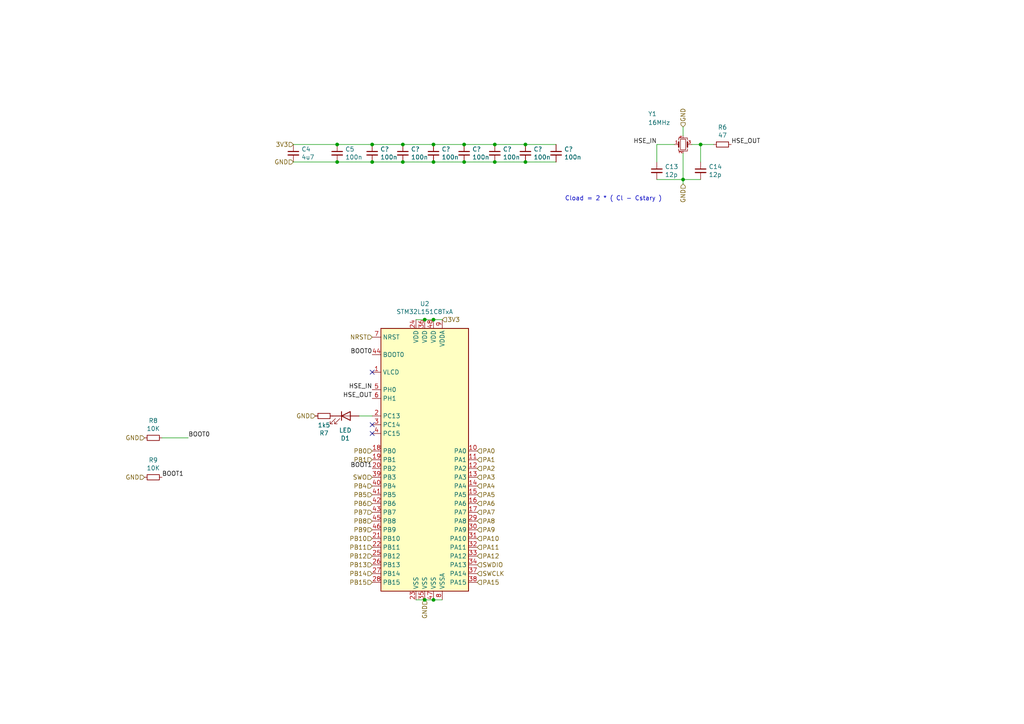
<source format=kicad_sch>
(kicad_sch (version 20231120) (generator "eeschema") (generator_version "8.0")
  (paper "A4")
  (lib_symbols
    (symbol "Device:C_Small" (pin_numbers hide) (pin_names (offset 0.254) hide)
      (property "Reference" "C" (at 0.254 1.778 0))
      (property "Value" "C_Small" (at 0.254 -2.032 0))
      (symbol "C_Small_0_1"
        (polyline (pts (xy -1.524 -0.508) (xy 1.524 -0.508)) (stroke (width 0.3302)))
        (polyline (pts (xy -1.524 0.508) (xy 1.524 0.508)) (stroke (width 0.3048)))
      )
      (symbol "C_Small_1_1"
        (pin passive line (at 0 2.54 270) (length 2.032) (name "~") (number "1"))
        (pin passive line (at 0 -2.54 90) (length 2.032) (name "~") (number "2"))
      )
    )
    (symbol "Device:Crystal_GND24_Small" (pin_names (offset 1.016) hide)
      (property "Reference" "Y" (at 1.27 4.445 0))
      (property "Value" "Crystal_GND24_Small" (at 1.27 2.54 0))
      (symbol "Crystal_GND24_Small_0_1"
        (rectangle (start -0.762 -1.524) (end 0.762 1.524))
        (polyline (pts (xy -1.27 -0.762) (xy -1.27 0.762)) (stroke (width 0.381)))
        (polyline (pts (xy 1.27 -0.762) (xy 1.27 0.762)) (stroke (width 0.381)))
        (polyline (pts (xy -1.27 -1.27) (xy -1.27 -1.905) (xy 1.27 -1.905) (xy 1.27 -1.27)))
        (polyline (pts (xy -1.27 1.27) (xy -1.27 1.905) (xy 1.27 1.905) (xy 1.27 1.27)))
      )
      (symbol "Crystal_GND24_Small_1_1"
        (pin passive line (at -2.54 0 0) (length 1.27) (name "1") (number "1"))
        (pin passive line (at 0 -2.54 90) (length 0.635) (name "2") (number "2"))
        (pin passive line (at 2.54 0 180) (length 1.27) (name "3") (number "3"))
        (pin passive line (at 0 2.54 270) (length 0.635) (name "4") (number "4"))
      )
    )
    (symbol "Device:LED" (pin_numbers hide) (pin_names (offset 1.016) hide)
      (property "Reference" "D" (at 0 2.54 0))
      (property "Value" "LED" (at 0 -2.54 0))
      (symbol "LED_0_1"
        (polyline (pts (xy -1.27 -1.27) (xy -1.27 1.27)) (stroke (width 0.254)))
        (polyline (pts (xy -1.27 0) (xy 1.27 0)))
        (polyline (pts (xy 1.27 -1.27) (xy 1.27 1.27) (xy -1.27 0) (xy 1.27 -1.27)) (stroke (width 0.254)))
        (polyline (pts (xy -3.048 -0.762) (xy -4.572 -2.286) (xy -3.81 -2.286) (xy -4.572 -2.286) (xy -4.572 -1.524)))
        (polyline (pts (xy -1.778 -0.762) (xy -3.302 -2.286) (xy -2.54 -2.286) (xy -3.302 -2.286) (xy -3.302 -1.524)))
      )
      (symbol "LED_1_1"
        (pin passive line (at -3.81 0 0) (length 2.54) (name "K") (number "1"))
        (pin passive line (at 3.81 0 180) (length 2.54) (name "A") (number "2"))
      )
    )
    (symbol "Device:R_Small" (pin_numbers hide) (pin_names (offset 0.254) hide)
      (property "Reference" "R" (at 0.762 0.508 0))
      (property "Value" "R_Small" (at 0.762 -1.016 0))
      (symbol "R_Small_0_1"
        (rectangle (start -0.762 1.778) (end 0.762 -1.778) (stroke (width 0.2032)))
      )
      (symbol "R_Small_1_1"
        (pin passive line (at 0 2.54 270) (length 0.762) (name "~") (number "1"))
        (pin passive line (at 0 -2.54 90) (length 0.762) (name "~") (number "2"))
      )
    )
    (symbol "jantteri_left-rescue:STM32L151C8TxA-MCU_ST_STM32L1"
      (property "Reference" "U" (at -12.7 39.37 0))
      (property "Value" "MCU_ST_STM32L1_STM32L151C8TxA" (at 7.62 39.37 0))
      (symbol "STM32L151C8TxA-MCU_ST_STM32L1_0_1"
        (rectangle (start -12.7 -38.1) (end 12.7 38.1) (stroke (width 0.254)) (fill (type background)))
      )
      (symbol "STM32L151C8TxA-MCU_ST_STM32L1_1_1"
        (pin power_in line (at -15.24 25.4 0) (length 2.54) (name "VLCD") (number "1"))
        (pin bidirectional line (at 15.24 2.54 180) (length 2.54) (name "PA0") (number "10"))
        (pin bidirectional line (at 15.24 0 180) (length 2.54) (name "PA1") (number "11"))
        (pin bidirectional line (at 15.24 -2.54 180) (length 2.54) (name "PA2") (number "12"))
        (pin bidirectional line (at 15.24 -5.08 180) (length 2.54) (name "PA3") (number "13"))
        (pin bidirectional line (at 15.24 -7.62 180) (length 2.54) (name "PA4") (number "14"))
        (pin bidirectional line (at 15.24 -10.16 180) (length 2.54) (name "PA5") (number "15"))
        (pin bidirectional line (at 15.24 -12.7 180) (length 2.54) (name "PA6") (number "16"))
        (pin bidirectional line (at 15.24 -15.24 180) (length 2.54) (name "PA7") (number "17"))
        (pin bidirectional line (at -15.24 2.54 0) (length 2.54) (name "PB0") (number "18"))
        (pin bidirectional line (at -15.24 0 0) (length 2.54) (name "PB1") (number "19"))
        (pin bidirectional line (at -15.24 12.7 0) (length 2.54) (name "PC13") (number "2"))
        (pin bidirectional line (at -15.24 -2.54 0) (length 2.54) (name "PB2") (number "20"))
        (pin bidirectional line (at -15.24 -22.86 0) (length 2.54) (name "PB10") (number "21"))
        (pin bidirectional line (at -15.24 -25.4 0) (length 2.54) (name "PB11") (number "22"))
        (pin power_in line (at -2.54 -40.64 90) (length 2.54) (name "VSS") (number "23"))
        (pin power_in line (at -2.54 40.64 270) (length 2.54) (name "VDD") (number "24"))
        (pin bidirectional line (at -15.24 -27.94 0) (length 2.54) (name "PB12") (number "25"))
        (pin bidirectional line (at -15.24 -30.48 0) (length 2.54) (name "PB13") (number "26"))
        (pin bidirectional line (at -15.24 -33.02 0) (length 2.54) (name "PB14") (number "27"))
        (pin bidirectional line (at -15.24 -35.56 0) (length 2.54) (name "PB15") (number "28"))
        (pin bidirectional line (at 15.24 -17.78 180) (length 2.54) (name "PA8") (number "29"))
        (pin bidirectional line (at -15.24 10.16 0) (length 2.54) (name "PC14") (number "3"))
        (pin bidirectional line (at 15.24 -20.32 180) (length 2.54) (name "PA9") (number "30"))
        (pin bidirectional line (at 15.24 -22.86 180) (length 2.54) (name "PA10") (number "31"))
        (pin bidirectional line (at 15.24 -25.4 180) (length 2.54) (name "PA11") (number "32"))
        (pin bidirectional line (at 15.24 -27.94 180) (length 2.54) (name "PA12") (number "33"))
        (pin bidirectional line (at 15.24 -30.48 180) (length 2.54) (name "PA13") (number "34"))
        (pin power_in line (at 0 -40.64 90) (length 2.54) (name "VSS") (number "35"))
        (pin power_in line (at 0 40.64 270) (length 2.54) (name "VDD") (number "36"))
        (pin bidirectional line (at 15.24 -33.02 180) (length 2.54) (name "PA14") (number "37"))
        (pin bidirectional line (at 15.24 -35.56 180) (length 2.54) (name "PA15") (number "38"))
        (pin bidirectional line (at -15.24 -5.08 0) (length 2.54) (name "PB3") (number "39"))
        (pin bidirectional line (at -15.24 7.62 0) (length 2.54) (name "PC15") (number "4"))
        (pin bidirectional line (at -15.24 -7.62 0) (length 2.54) (name "PB4") (number "40"))
        (pin bidirectional line (at -15.24 -10.16 0) (length 2.54) (name "PB5") (number "41"))
        (pin bidirectional line (at -15.24 -12.7 0) (length 2.54) (name "PB6") (number "42"))
        (pin bidirectional line (at -15.24 -15.24 0) (length 2.54) (name "PB7") (number "43"))
        (pin input line (at -15.24 30.48 0) (length 2.54) (name "BOOT0") (number "44"))
        (pin bidirectional line (at -15.24 -17.78 0) (length 2.54) (name "PB8") (number "45"))
        (pin bidirectional line (at -15.24 -20.32 0) (length 2.54) (name "PB9") (number "46"))
        (pin power_in line (at 2.54 -40.64 90) (length 2.54) (name "VSS") (number "47"))
        (pin power_in line (at 2.54 40.64 270) (length 2.54) (name "VDD") (number "48"))
        (pin input line (at -15.24 20.32 0) (length 2.54) (name "PH0") (number "5"))
        (pin input line (at -15.24 17.78 0) (length 2.54) (name "PH1") (number "6"))
        (pin input line (at -15.24 35.56 0) (length 2.54) (name "NRST") (number "7"))
        (pin power_in line (at 5.08 -40.64 90) (length 2.54) (name "VSSA") (number "8"))
        (pin power_in line (at 5.08 40.64 270) (length 2.54) (name "VDDA") (number "9"))
      )
    )
  )
  (junction (at 123.19 173.99))
  (junction (at 143.51 46.99))
  (junction (at 125.73 173.99))
  (junction (at 97.79 46.99))
  (junction (at 143.51 41.91))
  (junction (at 152.4 41.91))
  (junction (at 134.62 41.91))
  (junction (at 107.95 46.99))
  (junction (at 125.73 92.71))
  (junction (at 203.2 41.91))
  (junction (at 198.12 52.07))
  (junction (at 125.73 46.99))
  (junction (at 125.73 41.91))
  (junction (at 116.84 41.91))
  (junction (at 116.84 46.99))
  (junction (at 152.4 46.99))
  (junction (at 97.79 41.91))
  (junction (at 123.19 92.71))
  (junction (at 107.95 41.91))
  (junction (at 134.62 46.99))
  (no_connect (at 107.95 123.19))
  (no_connect (at 107.95 125.73))
  (no_connect (at 107.95 107.95))
  (wire (pts (xy 203.2 41.91) (xy 207.01 41.91)))
  (wire (pts (xy 203.2 41.91) (xy 203.2 46.99)))
  (wire (pts (xy 85.09 41.91) (xy 97.79 41.91)))
  (wire (pts (xy 198.12 52.07) (xy 203.2 52.07)))
  (wire (pts (xy 97.79 41.91) (xy 107.95 41.91)))
  (wire (pts (xy 107.95 46.99) (xy 97.79 46.99)))
  (wire (pts (xy 125.73 92.71) (xy 128.27 92.71)))
  (wire (pts (xy 152.4 46.99) (xy 143.51 46.99)))
  (wire (pts (xy 123.19 92.71) (xy 125.73 92.71)))
  (wire (pts (xy 198.12 39.37) (xy 198.12 36.83)))
  (wire (pts (xy 143.51 41.91) (xy 134.62 41.91)))
  (wire (pts (xy 190.5 52.07) (xy 198.12 52.07)))
  (wire (pts (xy 123.19 173.99) (xy 125.73 173.99)))
  (wire (pts (xy 190.5 41.91) (xy 195.58 41.91)))
  (wire (pts (xy 161.29 46.99) (xy 152.4 46.99)))
  (wire (pts (xy 134.62 41.91) (xy 125.73 41.91)))
  (wire (pts (xy 107.95 41.91) (xy 116.84 41.91)))
  (wire (pts (xy 46.99 127) (xy 54.61 127)))
  (wire (pts (xy 161.29 41.91) (xy 152.4 41.91)))
  (wire (pts (xy 125.73 46.99) (xy 116.84 46.99)))
  (wire (pts (xy 152.4 41.91) (xy 143.51 41.91)))
  (wire (pts (xy 134.62 46.99) (xy 125.73 46.99)))
  (wire (pts (xy 200.66 41.91) (xy 203.2 41.91)))
  (wire (pts (xy 120.65 92.71) (xy 123.19 92.71)))
  (wire (pts (xy 107.95 46.99) (xy 116.84 46.99)))
  (wire (pts (xy 107.95 120.65) (xy 104.14 120.65)))
  (wire (pts (xy 198.12 44.45) (xy 198.12 52.07)))
  (wire (pts (xy 198.12 52.07) (xy 198.12 53.34)))
  (wire (pts (xy 125.73 173.99) (xy 128.27 173.99)))
  (wire (pts (xy 190.5 46.99) (xy 190.5 41.91)))
  (wire (pts (xy 85.09 46.99) (xy 97.79 46.99)))
  (wire (pts (xy 125.73 41.91) (xy 116.84 41.91)))
  (wire (pts (xy 120.65 173.99) (xy 123.19 173.99)))
  (wire (pts (xy 143.51 46.99) (xy 134.62 46.99)))
  (text "Cload = 2 * ( Cl - Cstary )" (at 163.83 58.42 0) (effects (font (size 1.27 1.27)) (justify left bottom)))
  (label "HSE_OUT" (at 107.95 115.57 180))
  (label "HSE_IN" (at 190.5 41.91 180))
  (label "BOOT1" (at 107.95 135.89 180))
  (label "BOOT0" (at 107.95 102.87 180))
  (label "BOOT0" (at 54.61 127 0))
  (label "BOOT1" (at 46.99 138.43 0))
  (label "HSE_IN" (at 107.95 113.03 180))
  (label "HSE_OUT" (at 212.09 41.91 0))
  (hierarchical_label "PB14" (shape input) (at 107.95 166.37 180))
  (hierarchical_label "PB10" (shape input) (at 107.95 156.21 180))
  (hierarchical_label "PB4" (shape input) (at 107.95 140.97 180))
  (hierarchical_label "NRST" (shape input) (at 107.95 97.79 180))
  (hierarchical_label "3V3" (shape input) (at 128.27 92.71 0))
  (hierarchical_label "PA0" (shape input) (at 138.43 130.81 0))
  (hierarchical_label "PA3" (shape input) (at 138.43 138.43 0))
  (hierarchical_label "PB0" (shape input) (at 107.95 130.81 180))
  (hierarchical_label "PB7" (shape input) (at 107.95 148.59 180))
  (hierarchical_label "GND" (shape input) (at 91.44 120.65 180))
  (hierarchical_label "PA6" (shape input) (at 138.43 146.05 0))
  (hierarchical_label "PB1" (shape input) (at 107.95 133.35 180))
  (hierarchical_label "GND" (shape input) (at 198.12 36.83 90))
  (hierarchical_label "PB5" (shape input) (at 107.95 143.51 180))
  (hierarchical_label "PA10" (shape input) (at 138.43 156.21 0))
  (hierarchical_label "SWDIO" (shape input) (at 138.43 163.83 0))
  (hierarchical_label "GND" (shape input) (at 41.91 127 180))
  (hierarchical_label "GND" (shape input) (at 41.91 138.43 180))
  (hierarchical_label "PB13" (shape input) (at 107.95 163.83 180))
  (hierarchical_label "GND" (shape input) (at 85.09 46.99 180))
  (hierarchical_label "PB15" (shape input) (at 107.95 168.91 180))
  (hierarchical_label "PA8" (shape input) (at 138.43 151.13 0))
  (hierarchical_label "PA7" (shape input) (at 138.43 148.59 0))
  (hierarchical_label "PA11" (shape input) (at 138.43 158.75 0))
  (hierarchical_label "PA9" (shape input) (at 138.43 153.67 0))
  (hierarchical_label "PA4" (shape input) (at 138.43 140.97 0))
  (hierarchical_label "SWCLK" (shape input) (at 138.43 166.37 0))
  (hierarchical_label "PA5" (shape input) (at 138.43 143.51 0))
  (hierarchical_label "PA2" (shape input) (at 138.43 135.89 0))
  (hierarchical_label "PA15" (shape input) (at 138.43 168.91 0))
  (hierarchical_label "GND" (shape input) (at 198.12 53.34 270))
  (hierarchical_label "3V3" (shape input) (at 85.09 41.91 180))
  (hierarchical_label "PB9" (shape input) (at 107.95 153.67 180))
  (hierarchical_label "PB12" (shape input) (at 107.95 161.29 180))
  (hierarchical_label "PB11" (shape input) (at 107.95 158.75 180))
  (hierarchical_label "GND" (shape input) (at 123.19 173.99 270))
  (hierarchical_label "PA1" (shape input) (at 138.43 133.35 0))
  (hierarchical_label "PA12" (shape input) (at 138.43 161.29 0))
  (hierarchical_label "SWO" (shape input) (at 107.95 138.43 180))
  (hierarchical_label "PB8" (shape input) (at 107.95 151.13 180))
  (hierarchical_label "PB6" (shape input) (at 107.95 146.05 180))
  (symbol (lib_id "Device:R_Small") (at 209.55 41.91 270) (unit 1)
    (property "Reference" "R6" (at 209.55 36.9316 90))
    (property "Value" "47" (at 209.55 39.243 90))
    (property "Footprint" "Resistor_SMD:R_0402_1005Metric" (effects (hide yes)))
    (property "LCSC" "C25118" (effects (hide yes)))
  )
  (symbol (lib_id "Device:C_Small") (at 203.2 49.53 0) (unit 1)
    (property "Reference" "C14" (at 205.5368 48.3616 0) (effects (justify left)))
    (property "Value" "12p" (at 205.5368 50.673 0) (effects (justify left)))
    (property "Footprint" "Capacitor_SMD:C_0402_1005Metric" (effects (hide yes)))
    (property "LCSC" "C1547" (effects (hide yes)))
  )
  (symbol (lib_id "Device:C_Small") (at 190.5 49.53 0) (unit 1)
    (property "Reference" "C13" (at 192.8368 48.3616 0) (effects (justify left)))
    (property "Value" "12p" (at 192.8368 50.673 0) (effects (justify left)))
    (property "Footprint" "Capacitor_SMD:C_0402_1005Metric" (effects (hide yes)))
    (property "LCSC" "C1547" (effects (hide yes)))
  )
  (symbol (lib_id "Device:Crystal_GND24_Small") (at 198.12 41.91 0) (unit 1)
    (property "Reference" "Y1" (at 187.96 33.02 0) (effects (justify left)))
    (property "Value" "16MHz" (at 187.96 35.56 0) (effects (justify left)))
    (property "Footprint" "Crystal:Crystal_SMD_3225-4Pin_3.2x2.5mm" (effects (hide yes)))
    (property "LCSC" "C13738" (effects (hide yes)))
  )
  (symbol (lib_id "Device:LED") (at 100.33 120.65 0) (unit 1)
    (property "Reference" "D1" (at 100.1522 127.127 0))
    (property "Value" "LED" (at 100.1522 124.8156 0))
    (property "Footprint" "LED_SMD:LED_0603_1608Metric" (effects (hide yes)))
    (property "LCSC" "C2286" (effects (hide yes)))
  )
  (symbol (lib_id "Device:R_Small") (at 93.98 120.65 90) (unit 1)
    (property "Reference" "R7" (at 93.98 125.6284 90))
    (property "Value" "1k5" (at 93.98 123.317 90))
    (property "Footprint" "Resistor_SMD:R_0402_1005Metric" (effects (hide yes)))
    (property "LCSC" "C25867" (effects (hide yes)))
  )
  (symbol (lib_id "Device:C_Small") (at 85.09 44.45 0) (unit 1)
    (property "Reference" "C4" (at 87.4268 43.2816 0) (effects (justify left)))
    (property "Value" "4u7" (at 87.4268 45.593 0) (effects (justify left)))
    (property "Footprint" "Capacitor_SMD:C_1206_3216Metric" (effects (hide yes)))
    (property "LCSC" "C29823" (effects (hide yes)))
  )
  (symbol (lib_id "Device:C_Small") (at 97.79 44.45 0) (unit 1)
    (property "Reference" "C5" (at 100.1268 43.2816 0) (effects (justify left)))
    (property "Value" "100n" (at 100.1268 45.593 0) (effects (justify left)))
    (property "Footprint" "Capacitor_SMD:C_0603_1608Metric" (effects (hide yes)))
    (property "LCSC" "C14663" (effects (hide yes)))
  )
  (symbol (lib_id "Device:C_Small") (at 107.95 44.45 0) (unit 1)
    (property "Reference" "C?" (at 110.2868 43.2816 0) (effects (justify left)))
    (property "Value" "100n" (at 110.2868 45.593 0) (effects (justify left)))
    (property "Footprint" "Capacitor_SMD:C_0603_1608Metric" (effects (hide yes)))
    (property "LCSC" "C14663" (effects (hide yes)))
    (instances (project "jantteri_left" (path "" (reference "C?") (unit 1)) (path "" (reference "C6") (unit 1))))
  )
  (symbol (lib_id "Device:C_Small") (at 116.84 44.45 0) (unit 1)
    (property "Reference" "C?" (at 119.1768 43.2816 0) (effects (justify left)))
    (property "Value" "100n" (at 119.1768 45.593 0) (effects (justify left)))
    (property "Footprint" "Capacitor_SMD:C_0603_1608Metric" (effects (hide yes)))
    (property "LCSC" "C14663" (effects (hide yes)))
    (instances (project "jantteri_left" (path "" (reference "C?") (unit 1)) (path "" (reference "C7") (unit 1))))
  )
  (symbol (lib_id "Device:C_Small") (at 125.73 44.45 0) (unit 1)
    (property "Reference" "C?" (at 128.0668 43.2816 0) (effects (justify left)))
    (property "Value" "100n" (at 128.0668 45.593 0) (effects (justify left)))
    (property "Footprint" "Capacitor_SMD:C_0603_1608Metric" (effects (hide yes)))
    (property "LCSC" "C14663" (effects (hide yes)))
    (instances (project "jantteri_left" (path "" (reference "C?") (unit 1)) (path "" (reference "C8") (unit 1))))
  )
  (symbol (lib_id "Device:C_Small") (at 134.62 44.45 0) (unit 1)
    (property "Reference" "C?" (at 136.9568 43.2816 0) (effects (justify left)))
    (property "Value" "100n" (at 136.9568 45.593 0) (effects (justify left)))
    (property "Footprint" "Capacitor_SMD:C_0603_1608Metric" (effects (hide yes)))
    (property "LCSC" "C14663" (effects (hide yes)))
    (instances (project "jantteri_left" (path "" (reference "C?") (unit 1)) (path "" (reference "C9") (unit 1))))
  )
  (symbol (lib_id "Device:C_Small") (at 143.51 44.45 0) (unit 1)
    (property "Reference" "C?" (at 145.8468 43.2816 0) (effects (justify left)))
    (property "Value" "100n" (at 145.8468 45.593 0) (effects (justify left)))
    (property "Footprint" "Capacitor_SMD:C_0603_1608Metric" (effects (hide yes)))
    (property "LCSC" "C14663" (effects (hide yes)))
    (instances (project "jantteri_left" (path "" (reference "C?") (unit 1)) (path "" (reference "C10") (unit 1))))
  )
  (symbol (lib_id "jantteri_left-rescue:STM32L151C8TxA-MCU_ST_STM32L1") (at 123.19 133.35 0) (unit 1)
    (property "Reference" "U2" (at 123.19 88.1126 0))
    (property "Value" "STM32L151C8TxA" (at 123.19 90.424 0))
    (property "Footprint" "Package_QFP:LQFP-48_7x7mm_P0.5mm" (effects (hide yes)))
    (property "Datasheet" "http://www.st.com/st-web-ui/static/active/en/resource/technical/document/datasheet/CD00277537.pdf" (effects (hide yes)))
    (property "LCSC" "C9861" (effects (hide yes)))
  )
  (symbol (lib_id "Device:C_Small") (at 152.4 44.45 0) (unit 1)
    (property "Reference" "C?" (at 154.7368 43.2816 0) (effects (justify left)))
    (property "Value" "100n" (at 154.7368 45.593 0) (effects (justify left)))
    (property "Footprint" "Capacitor_SMD:C_0603_1608Metric" (effects (hide yes)))
    (property "LCSC" "C14663" (effects (hide yes)))
    (instances (project "jantteri_left" (path "" (reference "C?") (unit 1)) (path "" (reference "C11") (unit 1))))
  )
  (symbol (lib_id "Device:C_Small") (at 161.29 44.45 0) (unit 1)
    (property "Reference" "C?" (at 163.6268 43.2816 0) (effects (justify left)))
    (property "Value" "100n" (at 163.6268 45.593 0) (effects (justify left)))
    (property "Footprint" "Capacitor_SMD:C_0603_1608Metric" (effects (hide yes)))
    (property "LCSC" "C14663" (effects (hide yes)))
    (instances (project "jantteri_left" (path "" (reference "C?") (unit 1)) (path "" (reference "C12") (unit 1))))
  )
  (symbol (lib_id "Device:R_Small") (at 44.45 127 270) (unit 1)
    (property "Reference" "R8" (at 44.45 122.0216 90))
    (property "Value" "10K" (at 44.45 124.333 90))
    (property "Footprint" "Resistor_SMD:R_0402_1005Metric" (effects (hide yes)))
    (property "LCSC" "C25744" (effects (hide yes)))
  )
  (symbol (lib_id "Device:R_Small") (at 44.45 138.43 270) (unit 1)
    (property "Reference" "R9" (at 44.45 133.4516 90))
    (property "Value" "10K" (at 44.45 135.763 90))
    (property "Footprint" "Resistor_SMD:R_0402_1005Metric" (effects (hide yes)))
    (property "LCSC" "C25744" (effects (hide yes)))
  )
)
</source>
